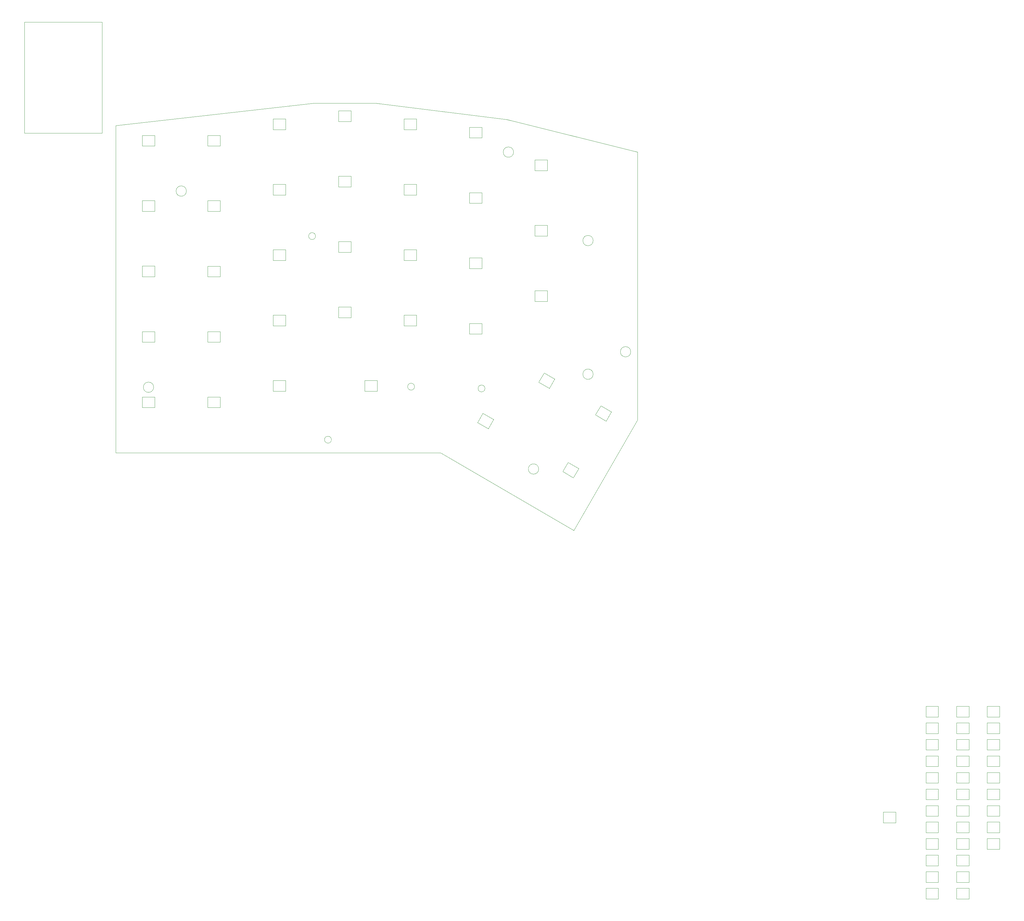
<source format=gbr>
%TF.GenerationSoftware,KiCad,Pcbnew,7.0.8*%
%TF.CreationDate,2024-02-13T23:06:57-05:00*%
%TF.ProjectId,ergothwack,6572676f-7468-4776-9163-6b2e6b696361,rev?*%
%TF.SameCoordinates,Original*%
%TF.FileFunction,Profile,NP*%
%FSLAX46Y46*%
G04 Gerber Fmt 4.6, Leading zero omitted, Abs format (unit mm)*
G04 Created by KiCad (PCBNEW 7.0.8) date 2024-02-13 23:06:57*
%MOMM*%
%LPD*%
G01*
G04 APERTURE LIST*
%TA.AperFunction,Profile*%
%ADD10C,0.100000*%
%TD*%
%TA.AperFunction,Profile*%
%ADD11C,0.120000*%
%TD*%
G04 APERTURE END LIST*
D10*
X14700000Y-18100000D02*
X37300000Y-18100000D01*
X37300000Y-50500000D01*
X14700000Y-50500000D01*
X14700000Y-18100000D01*
X41210000Y-143590000D02*
X41210000Y-48250000D01*
X41790000Y-143590000D02*
X41210000Y-143590000D01*
X98940000Y-41700000D02*
X41210000Y-48250000D01*
X116950000Y-41700000D02*
X98940000Y-41700000D01*
X155060000Y-46460000D02*
X116950000Y-41700000D01*
X193170000Y-55990000D02*
X155060000Y-46460000D01*
X135820000Y-143600000D02*
X41790000Y-143590000D01*
X174610000Y-166190000D02*
X135820000Y-143600000D01*
X193170000Y-134010000D02*
X174590000Y-166170000D01*
X193170000Y-55990000D02*
X193170000Y-134010000D01*
X99410000Y-80460000D02*
G75*
G03*
X99410000Y-80460000I-1000000J0D01*
G01*
X148730000Y-124850000D02*
G75*
G03*
X148730000Y-124850000I-1000000J0D01*
G01*
X128230000Y-124320000D02*
G75*
G03*
X128230000Y-124320000I-1000000J0D01*
G01*
X104030000Y-139770000D02*
G75*
G03*
X104030000Y-139770000I-1000000J0D01*
G01*
X61810000Y-67340000D02*
G75*
G03*
X61810000Y-67340000I-1500000J0D01*
G01*
X52280000Y-124490000D02*
G75*
G03*
X52280000Y-124490000I-1500000J0D01*
G01*
X164370000Y-148310000D02*
G75*
G03*
X164370000Y-148310000I-1500000J0D01*
G01*
X180230000Y-81770000D02*
G75*
G03*
X180230000Y-81770000I-1500000J0D01*
G01*
X191170000Y-114160000D02*
G75*
G03*
X191170000Y-114160000I-1500000J0D01*
G01*
X180230000Y-120690000D02*
G75*
G03*
X180230000Y-120690000I-1500000J0D01*
G01*
X157060000Y-55990000D02*
G75*
G03*
X157060000Y-55990000I-1500000J0D01*
G01*
D11*
%TO.C,L-K-LED13*%
X144230000Y-70890000D02*
X144230000Y-67790000D01*
X144230000Y-67790000D02*
X147830000Y-67790000D01*
X147830000Y-70890000D02*
X144230000Y-70890000D01*
X147830000Y-67790000D02*
X147830000Y-70890000D01*
%TO.C,L-K-LED0*%
X52580000Y-51100000D02*
X52580000Y-54200000D01*
X52580000Y-54200000D02*
X48980000Y-54200000D01*
X48980000Y-51100000D02*
X52580000Y-51100000D01*
X48980000Y-54200000D02*
X48980000Y-51100000D01*
%TO.C,R-K-LED36*%
X294950000Y-255980000D02*
X294950000Y-259080000D01*
X294950000Y-259080000D02*
X298550000Y-259080000D01*
X298550000Y-255980000D02*
X294950000Y-255980000D01*
X298550000Y-259080000D02*
X298550000Y-255980000D01*
%TO.C,R-K-LED35*%
X294950000Y-251160000D02*
X294950000Y-254260000D01*
X294950000Y-254260000D02*
X298550000Y-254260000D01*
X298550000Y-251160000D02*
X294950000Y-251160000D01*
X298550000Y-254260000D02*
X298550000Y-251160000D01*
%TO.C,R-K-LED34*%
X294950000Y-246340000D02*
X294950000Y-249440000D01*
X294950000Y-249440000D02*
X298550000Y-249440000D01*
X298550000Y-246340000D02*
X294950000Y-246340000D01*
X298550000Y-249440000D02*
X298550000Y-246340000D01*
%TO.C,R-K-LED33*%
X294950000Y-241520000D02*
X294950000Y-244620000D01*
X294950000Y-244620000D02*
X298550000Y-244620000D01*
X298550000Y-241520000D02*
X294950000Y-241520000D01*
X298550000Y-244620000D02*
X298550000Y-241520000D01*
%TO.C,R-K-LED32*%
X294950000Y-236700000D02*
X294950000Y-239800000D01*
X294950000Y-239800000D02*
X298550000Y-239800000D01*
X298550000Y-236700000D02*
X294950000Y-236700000D01*
X298550000Y-239800000D02*
X298550000Y-236700000D01*
%TO.C,R-K-LED31*%
X294950000Y-231880000D02*
X294950000Y-234980000D01*
X294950000Y-234980000D02*
X298550000Y-234980000D01*
X298550000Y-231880000D02*
X294950000Y-231880000D01*
X298550000Y-234980000D02*
X298550000Y-231880000D01*
%TO.C,R-K-LED30*%
X294950000Y-227060000D02*
X294950000Y-230160000D01*
X294950000Y-230160000D02*
X298550000Y-230160000D01*
X298550000Y-227060000D02*
X294950000Y-227060000D01*
X298550000Y-230160000D02*
X298550000Y-227060000D01*
%TO.C,R-K-LED29*%
X294950000Y-222240000D02*
X294950000Y-225340000D01*
X294950000Y-225340000D02*
X298550000Y-225340000D01*
X298550000Y-222240000D02*
X294950000Y-222240000D01*
X298550000Y-225340000D02*
X298550000Y-222240000D01*
%TO.C,R-K-LED28*%
X294950000Y-217420000D02*
X294950000Y-220520000D01*
X294950000Y-220520000D02*
X298550000Y-220520000D01*
X298550000Y-217420000D02*
X294950000Y-217420000D01*
X298550000Y-220520000D02*
X298550000Y-217420000D01*
%TO.C,R-K-LED27*%
X286030000Y-270440000D02*
X286030000Y-273540000D01*
X286030000Y-273540000D02*
X289630000Y-273540000D01*
X289630000Y-270440000D02*
X286030000Y-270440000D01*
X289630000Y-273540000D02*
X289630000Y-270440000D01*
%TO.C,R-K-LED26*%
X286030000Y-265620000D02*
X286030000Y-268720000D01*
X286030000Y-268720000D02*
X289630000Y-268720000D01*
X289630000Y-265620000D02*
X286030000Y-265620000D01*
X289630000Y-268720000D02*
X289630000Y-265620000D01*
%TO.C,R-K-LED25*%
X286030000Y-260800000D02*
X286030000Y-263900000D01*
X286030000Y-263900000D02*
X289630000Y-263900000D01*
X289630000Y-260800000D02*
X286030000Y-260800000D01*
X289630000Y-263900000D02*
X289630000Y-260800000D01*
%TO.C,R-K-LED24*%
X286030000Y-255980000D02*
X286030000Y-259080000D01*
X286030000Y-259080000D02*
X289630000Y-259080000D01*
X289630000Y-255980000D02*
X286030000Y-255980000D01*
X289630000Y-259080000D02*
X289630000Y-255980000D01*
%TO.C,R-K-LED23*%
X286030000Y-251160000D02*
X286030000Y-254260000D01*
X286030000Y-254260000D02*
X289630000Y-254260000D01*
X289630000Y-251160000D02*
X286030000Y-251160000D01*
X289630000Y-254260000D02*
X289630000Y-251160000D01*
%TO.C,R-K-LED22*%
X286030000Y-246340000D02*
X286030000Y-249440000D01*
X286030000Y-249440000D02*
X289630000Y-249440000D01*
X289630000Y-246340000D02*
X286030000Y-246340000D01*
X289630000Y-249440000D02*
X289630000Y-246340000D01*
%TO.C,R-K-LED21*%
X286030000Y-241520000D02*
X286030000Y-244620000D01*
X286030000Y-244620000D02*
X289630000Y-244620000D01*
X289630000Y-241520000D02*
X286030000Y-241520000D01*
X289630000Y-244620000D02*
X289630000Y-241520000D01*
%TO.C,R-K-LED20*%
X286030000Y-236700000D02*
X286030000Y-239800000D01*
X286030000Y-239800000D02*
X289630000Y-239800000D01*
X289630000Y-236700000D02*
X286030000Y-236700000D01*
X289630000Y-239800000D02*
X289630000Y-236700000D01*
%TO.C,R-K-LED19*%
X286030000Y-231880000D02*
X286030000Y-234980000D01*
X286030000Y-234980000D02*
X289630000Y-234980000D01*
X289630000Y-231880000D02*
X286030000Y-231880000D01*
X289630000Y-234980000D02*
X289630000Y-231880000D01*
%TO.C,R-K-LED18*%
X286030000Y-227060000D02*
X286030000Y-230160000D01*
X286030000Y-230160000D02*
X289630000Y-230160000D01*
X289630000Y-227060000D02*
X286030000Y-227060000D01*
X289630000Y-230160000D02*
X289630000Y-227060000D01*
%TO.C,R-K-LED17*%
X286030000Y-222240000D02*
X286030000Y-225340000D01*
X286030000Y-225340000D02*
X289630000Y-225340000D01*
X289630000Y-222240000D02*
X286030000Y-222240000D01*
X289630000Y-225340000D02*
X289630000Y-222240000D01*
%TO.C,R-K-LED16*%
X286030000Y-217420000D02*
X286030000Y-220520000D01*
X286030000Y-220520000D02*
X289630000Y-220520000D01*
X289630000Y-217420000D02*
X286030000Y-217420000D01*
X289630000Y-220520000D02*
X289630000Y-217420000D01*
%TO.C,R-K-LED14*%
X277110000Y-270440000D02*
X277110000Y-273540000D01*
X277110000Y-273540000D02*
X280710000Y-273540000D01*
X280710000Y-270440000D02*
X277110000Y-270440000D01*
X280710000Y-273540000D02*
X280710000Y-270440000D01*
%TO.C,R-K-LED13*%
X277110000Y-265620000D02*
X277110000Y-268720000D01*
X277110000Y-268720000D02*
X280710000Y-268720000D01*
X280710000Y-265620000D02*
X277110000Y-265620000D01*
X280710000Y-268720000D02*
X280710000Y-265620000D01*
%TO.C,R-K-LED12*%
X277110000Y-260800000D02*
X277110000Y-263900000D01*
X277110000Y-263900000D02*
X280710000Y-263900000D01*
X280710000Y-260800000D02*
X277110000Y-260800000D01*
X280710000Y-263900000D02*
X280710000Y-260800000D01*
%TO.C,R-K-LED11*%
X277110000Y-255980000D02*
X277110000Y-259080000D01*
X277110000Y-259080000D02*
X280710000Y-259080000D01*
X280710000Y-255980000D02*
X277110000Y-255980000D01*
X280710000Y-259080000D02*
X280710000Y-255980000D01*
%TO.C,R-K-LED10*%
X277110000Y-251160000D02*
X277110000Y-254260000D01*
X277110000Y-254260000D02*
X280710000Y-254260000D01*
X280710000Y-251160000D02*
X277110000Y-251160000D01*
X280710000Y-254260000D02*
X280710000Y-251160000D01*
%TO.C,R-K-LED9*%
X277110000Y-246340000D02*
X277110000Y-249440000D01*
X277110000Y-249440000D02*
X280710000Y-249440000D01*
X280710000Y-246340000D02*
X277110000Y-246340000D01*
X280710000Y-249440000D02*
X280710000Y-246340000D01*
%TO.C,R-K-LED7*%
X277110000Y-241520000D02*
X277110000Y-244620000D01*
X277110000Y-244620000D02*
X280710000Y-244620000D01*
X280710000Y-241520000D02*
X277110000Y-241520000D01*
X280710000Y-244620000D02*
X280710000Y-241520000D01*
%TO.C,R-K-LED6*%
X277110000Y-236700000D02*
X277110000Y-239800000D01*
X277110000Y-239800000D02*
X280710000Y-239800000D01*
X280710000Y-236700000D02*
X277110000Y-236700000D01*
X280710000Y-239800000D02*
X280710000Y-236700000D01*
%TO.C,R-K-LED5*%
X277110000Y-231880000D02*
X277110000Y-234980000D01*
X277110000Y-234980000D02*
X280710000Y-234980000D01*
X280710000Y-231880000D02*
X277110000Y-231880000D01*
X280710000Y-234980000D02*
X280710000Y-231880000D01*
%TO.C,R-K-LED4*%
X277110000Y-227060000D02*
X277110000Y-230160000D01*
X277110000Y-230160000D02*
X280710000Y-230160000D01*
X280710000Y-227060000D02*
X277110000Y-227060000D01*
X280710000Y-230160000D02*
X280710000Y-227060000D01*
%TO.C,R-K-LED3*%
X277110000Y-222240000D02*
X277110000Y-225340000D01*
X277110000Y-225340000D02*
X280710000Y-225340000D01*
X280710000Y-222240000D02*
X277110000Y-222240000D01*
X280710000Y-225340000D02*
X280710000Y-222240000D01*
%TO.C,R-K-LED2*%
X277110000Y-217420000D02*
X277110000Y-220520000D01*
X277110000Y-220520000D02*
X280710000Y-220520000D01*
X280710000Y-217420000D02*
X277110000Y-217420000D01*
X280710000Y-220520000D02*
X280710000Y-217420000D01*
%TO.C,R-K-LED1*%
X264700000Y-248260000D02*
X264700000Y-251360000D01*
X264700000Y-251360000D02*
X268300000Y-251360000D01*
X268300000Y-248260000D02*
X264700000Y-248260000D01*
X268300000Y-251360000D02*
X268300000Y-248260000D01*
%TO.C,L-K-LED38*%
X180886154Y-132542339D02*
X182436154Y-129857661D01*
X182436154Y-129857661D02*
X185553846Y-131657661D01*
X184003846Y-134342339D02*
X180886154Y-132542339D01*
X185553846Y-131657661D02*
X184003846Y-134342339D01*
%TO.C,L-K-LED37*%
X176013846Y-148167661D02*
X174463846Y-150852339D01*
X174463846Y-150852339D02*
X171346154Y-149052339D01*
X172896154Y-146367661D02*
X176013846Y-148167661D01*
X171346154Y-149052339D02*
X172896154Y-146367661D01*
%TO.C,L-K-LED36*%
X151233846Y-133877661D02*
X149683846Y-136562339D01*
X149683846Y-136562339D02*
X146566154Y-134762339D01*
X148116154Y-132077661D02*
X151233846Y-133877661D01*
X146566154Y-134762339D02*
X148116154Y-132077661D01*
%TO.C,L-K-LED35*%
X117350000Y-122540000D02*
X117350000Y-125640000D01*
X117350000Y-125640000D02*
X113750000Y-125640000D01*
X113750000Y-122540000D02*
X117350000Y-122540000D01*
X113750000Y-125640000D02*
X113750000Y-122540000D01*
%TO.C,L-K-LED34*%
X90680000Y-122540000D02*
X90680000Y-125640000D01*
X90680000Y-125640000D02*
X87080000Y-125640000D01*
X87080000Y-122540000D02*
X90680000Y-122540000D01*
X87080000Y-125640000D02*
X87080000Y-122540000D01*
%TO.C,L-K-LED33*%
X71630000Y-127300000D02*
X71630000Y-130400000D01*
X71630000Y-130400000D02*
X68030000Y-130400000D01*
X68030000Y-127300000D02*
X71630000Y-127300000D01*
X68030000Y-130400000D02*
X68030000Y-127300000D01*
%TO.C,L-K-LED32*%
X52580000Y-127300000D02*
X52580000Y-130400000D01*
X52580000Y-130400000D02*
X48980000Y-130400000D01*
X48980000Y-127300000D02*
X52580000Y-127300000D01*
X48980000Y-130400000D02*
X48980000Y-127300000D01*
%TO.C,L-K-LED30*%
X164376154Y-123012339D02*
X165926154Y-120327661D01*
X165926154Y-120327661D02*
X169043846Y-122127661D01*
X167493846Y-124812339D02*
X164376154Y-123012339D01*
X169043846Y-122127661D02*
X167493846Y-124812339D01*
%TO.C,L-K-LED29*%
X144230000Y-108990000D02*
X144230000Y-105890000D01*
X144230000Y-105890000D02*
X147830000Y-105890000D01*
X147830000Y-108990000D02*
X144230000Y-108990000D01*
X147830000Y-105890000D02*
X147830000Y-108990000D01*
%TO.C,L-K-LED28*%
X128780000Y-103480000D02*
X128780000Y-106580000D01*
X128780000Y-106580000D02*
X125180000Y-106580000D01*
X125180000Y-103480000D02*
X128780000Y-103480000D01*
X125180000Y-106580000D02*
X125180000Y-103480000D01*
%TO.C,L-K-LED27*%
X109730000Y-101120000D02*
X109730000Y-104220000D01*
X109730000Y-104220000D02*
X106130000Y-104220000D01*
X106130000Y-101120000D02*
X109730000Y-101120000D01*
X106130000Y-104220000D02*
X106130000Y-101120000D01*
%TO.C,L-K-LED26*%
X87080000Y-106590000D02*
X87080000Y-103490000D01*
X87080000Y-103490000D02*
X90680000Y-103490000D01*
X90680000Y-106590000D02*
X87080000Y-106590000D01*
X90680000Y-103490000D02*
X90680000Y-106590000D01*
%TO.C,L-K-LED25*%
X68030000Y-111350000D02*
X68030000Y-108250000D01*
X68030000Y-108250000D02*
X71630000Y-108250000D01*
X71630000Y-111350000D02*
X68030000Y-111350000D01*
X71630000Y-108250000D02*
X71630000Y-111350000D01*
%TO.C,L-K-LED24*%
X48980000Y-111350000D02*
X48980000Y-108250000D01*
X48980000Y-108250000D02*
X52580000Y-108250000D01*
X52580000Y-111350000D02*
X48980000Y-111350000D01*
X52580000Y-108250000D02*
X52580000Y-111350000D01*
%TO.C,L-K-LED22*%
X166880000Y-96350000D02*
X166880000Y-99450000D01*
X166880000Y-99450000D02*
X163280000Y-99450000D01*
X163280000Y-96350000D02*
X166880000Y-96350000D01*
X163280000Y-99450000D02*
X163280000Y-96350000D01*
%TO.C,L-K-LED21*%
X147830000Y-86820000D02*
X147830000Y-89920000D01*
X147830000Y-89920000D02*
X144230000Y-89920000D01*
X144230000Y-86820000D02*
X147830000Y-86820000D01*
X144230000Y-89920000D02*
X144230000Y-86820000D01*
%TO.C,L-K-LED20*%
X128780000Y-84430000D02*
X128780000Y-87530000D01*
X128780000Y-87530000D02*
X125180000Y-87530000D01*
X125180000Y-84430000D02*
X128780000Y-84430000D01*
X125180000Y-87530000D02*
X125180000Y-84430000D01*
%TO.C,L-K-LED19*%
X109730000Y-82050000D02*
X109730000Y-85150000D01*
X109730000Y-85150000D02*
X106130000Y-85150000D01*
X106130000Y-82050000D02*
X109730000Y-82050000D01*
X106130000Y-85150000D02*
X106130000Y-82050000D01*
%TO.C,L-K-LED18*%
X90680000Y-84440000D02*
X90680000Y-87540000D01*
X90680000Y-87540000D02*
X87080000Y-87540000D01*
X87080000Y-84440000D02*
X90680000Y-84440000D01*
X87080000Y-87540000D02*
X87080000Y-84440000D01*
%TO.C,L-K-LED17*%
X71630000Y-89200000D02*
X71630000Y-92300000D01*
X71630000Y-92300000D02*
X68030000Y-92300000D01*
X68030000Y-89200000D02*
X71630000Y-89200000D01*
X68030000Y-92300000D02*
X68030000Y-89200000D01*
%TO.C,L-K-LED16*%
X52580000Y-89190000D02*
X52580000Y-92290000D01*
X52580000Y-92290000D02*
X48980000Y-92290000D01*
X48980000Y-89190000D02*
X52580000Y-89190000D01*
X48980000Y-92290000D02*
X48980000Y-89190000D01*
%TO.C,L-K-LED14*%
X163280000Y-80410000D02*
X163280000Y-77310000D01*
X163280000Y-77310000D02*
X166880000Y-77310000D01*
X166880000Y-80410000D02*
X163280000Y-80410000D01*
X166880000Y-77310000D02*
X166880000Y-80410000D01*
%TO.C,L-K-LED12*%
X125180000Y-68480000D02*
X125180000Y-65380000D01*
X125180000Y-65380000D02*
X128780000Y-65380000D01*
X128780000Y-68480000D02*
X125180000Y-68480000D01*
X128780000Y-65380000D02*
X128780000Y-68480000D01*
%TO.C,L-K-LED11*%
X106130000Y-66120000D02*
X106130000Y-63020000D01*
X106130000Y-63020000D02*
X109730000Y-63020000D01*
X109730000Y-66120000D02*
X106130000Y-66120000D01*
X109730000Y-63020000D02*
X109730000Y-66120000D01*
%TO.C,L-K-LED10*%
X87080000Y-68490000D02*
X87080000Y-65390000D01*
X87080000Y-65390000D02*
X90680000Y-65390000D01*
X90680000Y-68490000D02*
X87080000Y-68490000D01*
X90680000Y-65390000D02*
X90680000Y-68490000D01*
%TO.C,L-K-LED9*%
X71630000Y-70140000D02*
X71630000Y-73240000D01*
X71630000Y-73240000D02*
X68030000Y-73240000D01*
X68030000Y-70140000D02*
X71630000Y-70140000D01*
X68030000Y-73240000D02*
X68030000Y-70140000D01*
%TO.C,L-K-LED8*%
X48980000Y-73240000D02*
X48980000Y-70140000D01*
X48980000Y-70140000D02*
X52580000Y-70140000D01*
X52580000Y-73240000D02*
X48980000Y-73240000D01*
X52580000Y-70140000D02*
X52580000Y-73240000D01*
%TO.C,L-K-LED6*%
X166890000Y-58250000D02*
X166890000Y-61350000D01*
X166890000Y-61350000D02*
X163290000Y-61350000D01*
X163290000Y-58250000D02*
X166890000Y-58250000D01*
X163290000Y-61350000D02*
X163290000Y-58250000D01*
%TO.C,L-K-LED5*%
X147830000Y-48730000D02*
X147830000Y-51830000D01*
X147830000Y-51830000D02*
X144230000Y-51830000D01*
X144230000Y-48730000D02*
X147830000Y-48730000D01*
X144230000Y-51830000D02*
X144230000Y-48730000D01*
%TO.C,L-K-LED4*%
X128780000Y-46330000D02*
X128780000Y-49430000D01*
X128780000Y-49430000D02*
X125180000Y-49430000D01*
X125180000Y-46330000D02*
X128780000Y-46330000D01*
X125180000Y-49430000D02*
X125180000Y-46330000D01*
%TO.C,L-K-LED3*%
X109730000Y-43980000D02*
X109730000Y-47080000D01*
X109730000Y-47080000D02*
X106130000Y-47080000D01*
X106130000Y-43980000D02*
X109730000Y-43980000D01*
X106130000Y-47080000D02*
X106130000Y-43980000D01*
%TO.C,L-K-LED2*%
X90680000Y-46330000D02*
X90680000Y-49430000D01*
X90680000Y-49430000D02*
X87080000Y-49430000D01*
X87080000Y-46330000D02*
X90680000Y-46330000D01*
X87080000Y-49430000D02*
X87080000Y-46330000D01*
%TO.C,L-K-LED1*%
X71630000Y-51100000D02*
X71630000Y-54200000D01*
X71630000Y-54200000D02*
X68030000Y-54200000D01*
X68030000Y-51100000D02*
X71630000Y-51100000D01*
X68030000Y-54200000D02*
X68030000Y-51100000D01*
%TD*%
M02*

</source>
